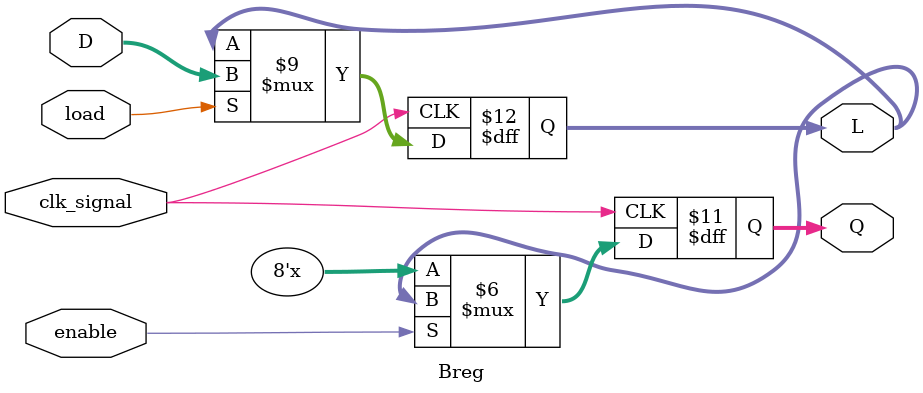
<source format=v>
`timescale 1ns / 1ps

module Breg(
output reg [7:0] Q,
output reg[7:0] L,
input [7:0] D,
input clk_signal,
input enable,
input load
);


always @(negedge clk_signal) begin
	if (load == 1) //Loading value into L (L is an intermediate value)
		L=D;
end
always @(posedge clk_signal) begin
	if (enable == 1)//setting output to whatever L was whenever we enable it
		Q=L;
	else
		Q=8'bzzzzzzzz;
	end
endmodule
</source>
